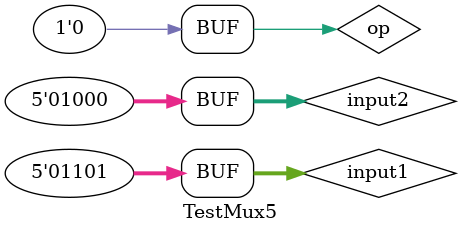
<source format=v>
`timescale 1ns / 1ps


module TestMux5;

	// Inputs
	reg [4:0] input1;
	reg [4:0] input2;
	reg op;

	// Outputs
	wire [4:0] out;

	// Instantiate the Unit Under Test (UUT)
	Mux_5 uut (
		.input1(input1), 
		.input2(input2), 
		.op(op), 
		.out(out)
	);

	initial begin
		// Initialize Inputs
		input1 = 0;
		input2 = 0;
		op = 0;

		// Wait 100 ns for global reset to finish
		#100;
        
		// Add stimulus here
		input1 = 13;
		input2 = 8;
		op = 1;
		
		#100;
		
		op = 0;

	end
      
endmodule


</source>
